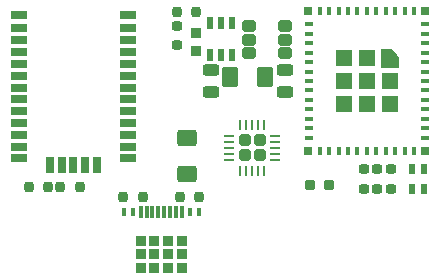
<source format=gbr>
%TF.GenerationSoftware,KiCad,Pcbnew,(6.0.2-0)*%
%TF.CreationDate,2022-02-19T11:25:33+00:00*%
%TF.ProjectId,GPS,4750532e-6b69-4636-9164-5f7063625858,5*%
%TF.SameCoordinates,Original*%
%TF.FileFunction,Paste,Top*%
%TF.FilePolarity,Positive*%
%FSLAX46Y46*%
G04 Gerber Fmt 4.6, Leading zero omitted, Abs format (unit mm)*
G04 Created by KiCad (PCBNEW (6.0.2-0)) date 2022-02-19 11:25:33*
%MOMM*%
%LPD*%
G01*
G04 APERTURE LIST*
G04 Aperture macros list*
%AMRoundRect*
0 Rectangle with rounded corners*
0 $1 Rounding radius*
0 $2 $3 $4 $5 $6 $7 $8 $9 X,Y pos of 4 corners*
0 Add a 4 corners polygon primitive as box body*
4,1,4,$2,$3,$4,$5,$6,$7,$8,$9,$2,$3,0*
0 Add four circle primitives for the rounded corners*
1,1,$1+$1,$2,$3*
1,1,$1+$1,$4,$5*
1,1,$1+$1,$6,$7*
1,1,$1+$1,$8,$9*
0 Add four rect primitives between the rounded corners*
20,1,$1+$1,$2,$3,$4,$5,0*
20,1,$1+$1,$4,$5,$6,$7,0*
20,1,$1+$1,$6,$7,$8,$9,0*
20,1,$1+$1,$8,$9,$2,$3,0*%
G04 Aperture macros list end*
%ADD10C,0.010000*%
%ADD11RoundRect,0.184000X0.200000X0.272000X-0.200000X0.272000X-0.200000X-0.272000X0.200000X-0.272000X0*%
%ADD12R,0.420000X0.798000*%
%ADD13RoundRect,0.069000X-0.075000X-0.478200X0.075000X-0.478200X0.075000X0.478200X-0.075000X0.478200X0*%
%ADD14RoundRect,0.232500X-0.232500X-0.232500X0.232500X-0.232500X0.232500X0.232500X-0.232500X0.232500X0*%
%ADD15RoundRect,0.250000X-0.255000X0.255000X-0.255000X-0.255000X0.255000X-0.255000X0.255000X0.255000X0*%
%ADD16RoundRect,0.046000X-0.074000X0.350000X-0.074000X-0.350000X0.074000X-0.350000X0.074000X0.350000X0*%
%ADD17RoundRect,0.057500X-0.338500X0.062500X-0.338500X-0.062500X0.338500X-0.062500X0.338500X0.062500X0*%
%ADD18RoundRect,0.184000X0.272000X-0.200000X0.272000X0.200000X-0.272000X0.200000X-0.272000X-0.200000X0*%
%ADD19R,0.480000X0.816000*%
%ADD20RoundRect,0.221501X-0.618499X0.462499X-0.618499X-0.462499X0.618499X-0.462499X0.618499X0.462499X0*%
%ADD21RoundRect,0.207000X-0.225000X-0.249000X0.225000X-0.249000X0.225000X0.249000X-0.225000X0.249000X0*%
%ADD22R,1.440000X0.672000*%
%ADD23R,0.672000X1.440000*%
%ADD24R,0.384000X0.768000*%
%ADD25R,0.768000X0.384000*%
%ADD26R,1.392000X1.392000*%
%ADD27R,0.672000X0.672000*%
%ADD28RoundRect,0.207000X0.249000X-0.225000X0.249000X0.225000X-0.249000X0.225000X-0.249000X-0.225000X0*%
%ADD29RoundRect,0.250000X-0.350000X-0.250000X0.350000X-0.250000X0.350000X0.250000X-0.350000X0.250000X0*%
%ADD30RoundRect,0.220875X-0.463125X-0.619125X0.463125X-0.619125X0.463125X0.619125X-0.463125X0.619125X0*%
%ADD31R,0.576000X1.056000*%
%ADD32RoundRect,0.230000X-0.466000X0.250000X-0.466000X-0.250000X0.466000X-0.250000X0.466000X0.250000X0*%
G04 APERTURE END LIST*
D10*
%TO.C,U1*%
X115681750Y-123125000D02*
X117131750Y-123125000D01*
X117131750Y-123125000D02*
X117131750Y-122275000D01*
X117131750Y-122275000D02*
X116531750Y-121675000D01*
X116531750Y-121675000D02*
X115681750Y-121675000D01*
X115681750Y-121675000D02*
X115681750Y-123125000D01*
G36*
X117131750Y-122275000D02*
G01*
X117131750Y-123125000D01*
X115681750Y-123125000D01*
X115681750Y-121675000D01*
X116531750Y-121675000D01*
X117131750Y-122275000D01*
G37*
X117131750Y-122275000D02*
X117131750Y-123125000D01*
X115681750Y-123125000D01*
X115681750Y-121675000D01*
X116531750Y-121675000D01*
X117131750Y-122275000D01*
%TD*%
D11*
%TO.C,R1*%
X95475000Y-134150000D03*
X93825000Y-134150000D03*
%TD*%
D12*
%TO.C,J3*%
X93850000Y-135440000D03*
X100250000Y-135440000D03*
D13*
X95300000Y-135440000D03*
X98800000Y-135440000D03*
X95800000Y-135440000D03*
X98300000Y-135440000D03*
X96300000Y-135440000D03*
X97800000Y-135440000D03*
X96800000Y-135440000D03*
X97300000Y-135440000D03*
D12*
X99450000Y-135440000D03*
X94650000Y-135440000D03*
D14*
X96465000Y-137865000D03*
X95315000Y-140165000D03*
X95315000Y-139015000D03*
X95315000Y-137865000D03*
X98765000Y-140165000D03*
X98765000Y-139015000D03*
X98765000Y-137865000D03*
X97615000Y-140165000D03*
X97615000Y-139015000D03*
X97615000Y-137865000D03*
X96465000Y-140165000D03*
X96465000Y-139015000D03*
%TD*%
D15*
%TO.C,U3*%
X104125000Y-130625000D03*
X105375000Y-130625000D03*
X105375000Y-129375000D03*
X104125000Y-129375000D03*
D16*
X105750000Y-128062500D03*
X105250000Y-128062500D03*
X104750000Y-128062500D03*
X104250000Y-128062500D03*
X103750000Y-128062500D03*
D17*
X102812500Y-129000000D03*
X102812500Y-129500000D03*
X102812500Y-130000000D03*
X102812500Y-130500000D03*
X102812500Y-131000000D03*
D16*
X103750000Y-131937500D03*
X104250000Y-131937500D03*
X104750000Y-131937500D03*
X105250000Y-131937500D03*
X105750000Y-131937500D03*
D17*
X106687500Y-131000000D03*
X106687500Y-130500000D03*
X106687500Y-130000000D03*
X106687500Y-129500000D03*
X106687500Y-129000000D03*
%TD*%
D11*
%TO.C,R2*%
X100275000Y-134150000D03*
X98625000Y-134150000D03*
%TD*%
D18*
%TO.C,R6*%
X114200000Y-133475000D03*
X114200000Y-131825000D03*
%TD*%
%TO.C,R7*%
X116500000Y-133475000D03*
X116500000Y-131825000D03*
%TD*%
%TO.C,R8*%
X115350000Y-133475000D03*
X115350000Y-131825000D03*
%TD*%
D19*
%TO.C,D2*%
X119250000Y-131775000D03*
X119250000Y-133525000D03*
X118250000Y-133525000D03*
X118250000Y-131775000D03*
%TD*%
D20*
%TO.C,D1*%
X99200000Y-129212500D03*
X99200000Y-132187500D03*
%TD*%
D21*
%TO.C,C1*%
X109675000Y-133150000D03*
X111225000Y-133150000D03*
%TD*%
D22*
%TO.C,U2*%
X94200000Y-130900000D03*
X94200000Y-129900000D03*
X94200000Y-128900000D03*
X94200000Y-127900000D03*
X94200000Y-126900000D03*
X94200000Y-125900000D03*
X94200000Y-124900000D03*
X94200000Y-123900000D03*
X94200000Y-122900000D03*
X94200000Y-121900000D03*
X94200000Y-120900000D03*
X94200000Y-119900000D03*
X94200000Y-118750000D03*
X85000000Y-118750000D03*
X85000000Y-119900000D03*
X85000000Y-120900000D03*
X85000000Y-121900000D03*
X85000000Y-122900000D03*
X85000000Y-123900000D03*
X85000000Y-124900000D03*
X85000000Y-125900000D03*
X85000000Y-126900000D03*
X85000000Y-127900000D03*
X85000000Y-128900000D03*
X85000000Y-129900000D03*
X85000000Y-130900000D03*
D23*
X87600000Y-131500000D03*
X88600000Y-131500000D03*
X89600000Y-131500000D03*
X90600000Y-131500000D03*
X91600000Y-131500000D03*
%TD*%
D24*
%TO.C,U1*%
X118456750Y-118450000D03*
X117656750Y-118450000D03*
X116856750Y-118450000D03*
X116056750Y-118450000D03*
X115256750Y-118450000D03*
X114456750Y-118450000D03*
X113656750Y-118450000D03*
X112856750Y-118450000D03*
X112056750Y-118450000D03*
X111256750Y-118450000D03*
X110456750Y-118450000D03*
D25*
X109556750Y-119550000D03*
X109556750Y-120350000D03*
X109556750Y-121150000D03*
X109556750Y-121950000D03*
X109556750Y-122750000D03*
X109556750Y-123550000D03*
X109556750Y-124350000D03*
X109556750Y-125150000D03*
X109556750Y-125950000D03*
X109556750Y-126750000D03*
X109556750Y-127550000D03*
X109556750Y-128350000D03*
X109556750Y-129150000D03*
D24*
X110456750Y-130250000D03*
X111256750Y-130250000D03*
X112056750Y-130250000D03*
X112856750Y-130250000D03*
X113656750Y-130250000D03*
X114456750Y-130250000D03*
X115256750Y-130250000D03*
X116056750Y-130250000D03*
X116856750Y-130250000D03*
X117656750Y-130250000D03*
X118456750Y-130250000D03*
D25*
X119356750Y-129150000D03*
X119356750Y-128350000D03*
X119356750Y-127550000D03*
X119356750Y-126750000D03*
X119356750Y-125950000D03*
X119356750Y-125150000D03*
X119356750Y-124350000D03*
X119356750Y-123550000D03*
X119356750Y-122750000D03*
X119356750Y-121950000D03*
X119356750Y-121150000D03*
X119356750Y-120350000D03*
X119356750Y-119550000D03*
D26*
X114456750Y-124350000D03*
D27*
X119406750Y-130300000D03*
X109506750Y-130300000D03*
X109506750Y-118400000D03*
X119406750Y-118400000D03*
D26*
X114456750Y-122400000D03*
X112506750Y-122400000D03*
X112506750Y-124350000D03*
X112506750Y-126300000D03*
X114456750Y-126300000D03*
X116406750Y-126300000D03*
X116406750Y-124350000D03*
%TD*%
D11*
%TO.C,R9*%
X100000000Y-118500000D03*
X98350000Y-118500000D03*
%TD*%
D28*
%TO.C,U4*%
X100000000Y-121825000D03*
D29*
X104500000Y-119700000D03*
D30*
X102897500Y-123970000D03*
D29*
X104500000Y-120850000D03*
X104500000Y-122000000D03*
D31*
X103050000Y-122150000D03*
D29*
X107500000Y-122000000D03*
D28*
X100000000Y-120275000D03*
D29*
X107500000Y-119700000D03*
X107500000Y-120850000D03*
D31*
X103050000Y-119450000D03*
X101150000Y-122150000D03*
D32*
X101250000Y-123400000D03*
D31*
X102100000Y-122150000D03*
D32*
X107500000Y-125300000D03*
X101250000Y-125300000D03*
D30*
X105862500Y-123970000D03*
D31*
X102100000Y-119450000D03*
D32*
X107500000Y-123400000D03*
D31*
X101150000Y-119450000D03*
%TD*%
D11*
%TO.C,R3*%
X87475000Y-133300000D03*
X85825000Y-133300000D03*
%TD*%
D18*
%TO.C,R5*%
X98350000Y-121325000D03*
X98350000Y-119675000D03*
%TD*%
D11*
%TO.C,R4*%
X90125000Y-133300000D03*
X88475000Y-133300000D03*
%TD*%
M02*

</source>
